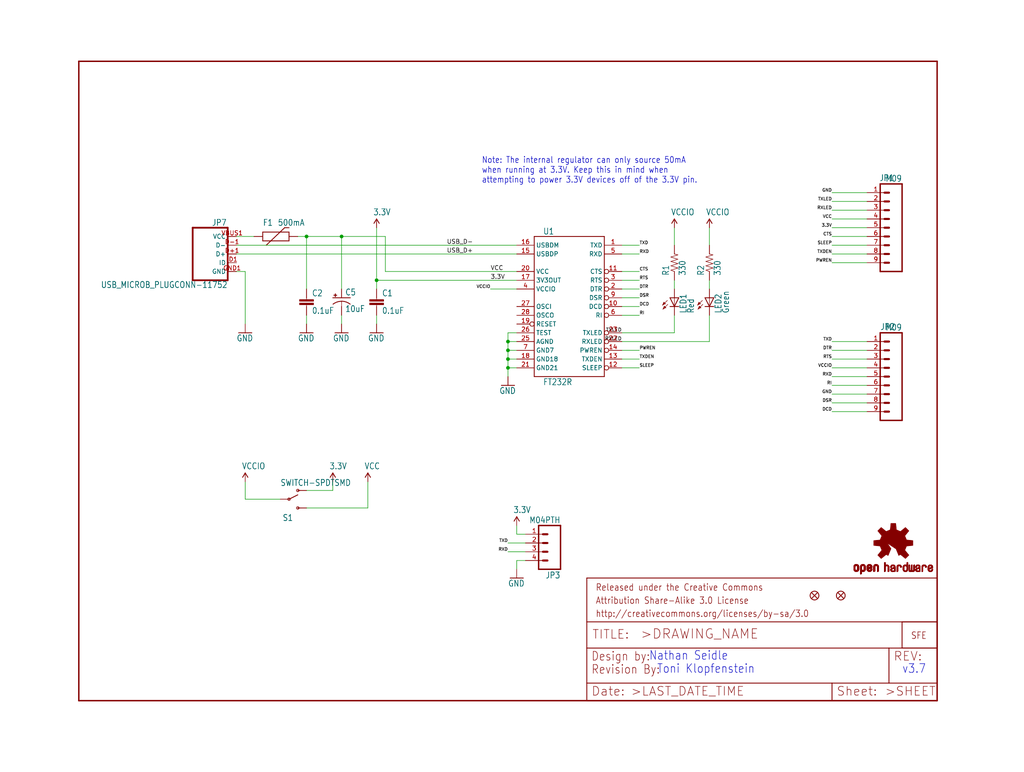
<source format=kicad_sch>
(kicad_sch (version 20211123) (generator eeschema)
  (paper "User" 297.002 223.926)
  (lib_symbols
    (symbol "eagleSchem-eagle-import:0.1UF-25V(+80{slash}-20%)(0603)"
      (property "Reference" "C" (at 1.524 2.921 0))
      (property "Value" "0.1UF-25V(+80{slash}-20%)(0603)" (at 1.524 -2.159 0))
      (symbol "0.1UF-25V(+80{slash}-20%)(0603)_1_0"
        (pin passive line (at 0 5.08 270) (length 2.54) (name "1") (number "1"))
        (pin passive line (at 0 -2.54 90) (length 2.54) (name "2") (number "2"))
      )
    )
    (symbol "eagleSchem-eagle-import:10UF-16V-10%(TANT)"
      (property "Reference" "C" (at 1.016 0.635 0))
      (property "Value" "10UF-16V-10%(TANT)" (at 1.016 -4.191 0))
      (symbol "10UF-16V-10%(TANT)_1_0"
        (pin passive line (at 0 2.54 270) (length 2.54) (name "+") (number "A"))
        (pin passive line (at 0 -5.08 90) (length 2.54) (name "-") (number "C"))
      )
    )
    (symbol "eagleSchem-eagle-import:3.3V" (power)
      (property "Value" "3.3V" (at -1.016 3.556 0))
      (symbol "3.3V_1_0"
        (pin power_in line (at 0 0 90) (length 2.54) (name "3.3V") (number "1"))
      )
    )
    (symbol "eagleSchem-eagle-import:330OHM1{slash}10W1%(0603)"
      (property "Reference" "R" (at -3.81 1.4986 0))
      (property "Value" "330OHM1{slash}10W1%(0603)" (at -3.81 -3.302 0))
      (symbol "330OHM1{slash}10W1%(0603)_1_0"
        (pin passive line (at -5.08 0 0) (length 2.54) (name "1") (number "1"))
        (pin passive line (at 5.08 0 180) (length 2.54) (name "2") (number "2"))
      )
    )
    (symbol "eagleSchem-eagle-import:FIDUCIAL1X2")
    (symbol "eagleSchem-eagle-import:FRAME-LETTER"
      (symbol "FRAME-LETTER_2_0"
        (text ">DRAWING_NAME" (at 15.494 17.78 0) (effects (font (size 2.7432 2.7432)) (justify left bottom)))
        (text ">LAST_DATE_TIME" (at 12.7 1.27 0) (effects (font (size 2.54 2.54)) (justify left bottom)))
        (text ">SHEET" (at 86.36 1.27 0) (effects (font (size 2.54 2.54)) (justify left bottom)))
        (text "Attribution Share-Alike 3.0 License" (at 2.54 27.94 0) (effects (font (size 1.9304 1.6408)) (justify left bottom)))
        (text "Date:" (at 1.27 1.27 0) (effects (font (size 2.54 2.54)) (justify left bottom)))
        (text "Design by:" (at 1.27 11.43 0) (effects (font (size 2.54 2.159)) (justify left bottom)))
        (text "http://creativecommons.org/licenses/by-sa/3.0" (at 2.54 24.13 0) (effects (font (size 1.9304 1.6408)) (justify left bottom)))
        (text "Released under the Creative Commons" (at 2.54 31.75 0) (effects (font (size 1.9304 1.6408)) (justify left bottom)))
        (text "REV:" (at 88.9 11.43 0) (effects (font (size 2.54 2.54)) (justify left bottom)))
        (text "Sheet:" (at 72.39 1.27 0) (effects (font (size 2.54 2.54)) (justify left bottom)))
        (text "TITLE:" (at 1.524 17.78 0) (effects (font (size 2.54 2.54)) (justify left bottom)))
      )
    )
    (symbol "eagleSchem-eagle-import:FT232RLSSOP"
      (property "Reference" "IC" (at -7.62 20.828 0))
      (property "Value" "FT232RLSSOP" (at -7.62 -22.86 0))
      (symbol "FT232RLSSOP_1_0"
        (pin output line (at 15.24 17.78 180) (length 5.08) (name "TXD") (number "1"))
        (pin input inverted (at 15.24 0 180) (length 5.08) (name "DCD") (number "10"))
        (pin input inverted (at 15.24 10.16 180) (length 5.08) (name "CTS") (number "11"))
        (pin input inverted (at 15.24 -17.78 180) (length 5.08) (name "SLEEP") (number "12"))
        (pin input line (at 15.24 -15.24 180) (length 5.08) (name "TXDEN") (number "13"))
        (pin input inverted (at 15.24 -12.7 180) (length 5.08) (name "PWREN") (number "14"))
        (pin bidirectional line (at -15.24 15.24 0) (length 5.08) (name "USBDP") (number "15"))
        (pin bidirectional line (at -15.24 17.78 0) (length 5.08) (name "USBDM") (number "16"))
        (pin output line (at -15.24 7.62 0) (length 5.08) (name "3V3OUT") (number "17"))
        (pin power_in line (at -15.24 -15.24 0) (length 5.08) (name "GND18") (number "18"))
        (pin input inverted (at -15.24 -5.08 0) (length 5.08) (name "RESET") (number "19"))
        (pin output inverted (at 15.24 5.08 180) (length 5.08) (name "DTR") (number "2"))
        (pin power_in line (at -15.24 10.16 0) (length 5.08) (name "VCC") (number "20"))
        (pin power_in line (at -15.24 -17.78 0) (length 5.08) (name "GND21") (number "21"))
        (pin input inverted (at 15.24 -10.16 180) (length 5.08) (name "RXLED") (number "22"))
        (pin input inverted (at 15.24 -7.62 180) (length 5.08) (name "TXLED") (number "23"))
        (pin power_in line (at -15.24 -10.16 0) (length 5.08) (name "AGND") (number "25"))
        (pin input line (at -15.24 -7.62 0) (length 5.08) (name "TEST") (number "26"))
        (pin input line (at -15.24 0 0) (length 5.08) (name "OSCI") (number "27"))
        (pin output line (at -15.24 -2.54 0) (length 5.08) (name "OSCO") (number "28"))
        (pin output inverted (at 15.24 7.62 180) (length 5.08) (name "RTS") (number "3"))
        (pin power_in line (at -15.24 5.08 0) (length 5.08) (name "VCCIO") (number "4"))
        (pin input line (at 15.24 15.24 180) (length 5.08) (name "RXD") (number "5"))
        (pin input inverted (at 15.24 -2.54 180) (length 5.08) (name "RI") (number "6"))
        (pin power_in line (at -15.24 -12.7 0) (length 5.08) (name "GND7") (number "7"))
        (pin input inverted (at 15.24 2.54 180) (length 5.08) (name "DSR") (number "9"))
      )
    )
    (symbol "eagleSchem-eagle-import:GND" (power)
      (property "Value" "GND" (at -2.54 -2.54 0))
      (symbol "GND_1_0"
        (pin power_in line (at 0 2.54 270) (length 2.54) (name "GND") (number "1"))
      )
    )
    (symbol "eagleSchem-eagle-import:LED-GREEN0603"
      (property "Reference" "D" (at 3.556 -4.572 90))
      (property "Value" "LED-GREEN0603" (at 5.715 -4.572 90))
      (symbol "LED-GREEN0603_1_0"
        (pin passive line (at 0 2.54 270) (length 2.54) (name "A") (number "A"))
        (pin passive line (at 0 -5.08 90) (length 2.54) (name "C") (number "C"))
      )
    )
    (symbol "eagleSchem-eagle-import:LED-RED0603"
      (property "Reference" "D" (at 3.556 -4.572 90))
      (property "Value" "LED-RED0603" (at 5.715 -4.572 90))
      (symbol "LED-RED0603_1_0"
        (pin passive line (at 0 2.54 270) (length 2.54) (name "A") (number "A"))
        (pin passive line (at 0 -5.08 90) (length 2.54) (name "C") (number "C"))
      )
    )
    (symbol "eagleSchem-eagle-import:LOGO-SFENEW"
      (symbol "LOGO-SFENEW_1_0"
        (text "SFE" (at 0 0 0) (effects (font (size 1.9304 1.6408)) (justify left bottom)))
      )
    )
    (symbol "eagleSchem-eagle-import:M04PTH"
      (property "Reference" "JP" (at -5.08 8.382 0))
      (property "Value" "M04PTH" (at -5.08 -7.62 0))
      (symbol "M04PTH_1_0"
        (pin passive line (at 5.08 -2.54 180) (length 5.08) (name "1") (number "1"))
        (pin passive line (at 5.08 0 180) (length 5.08) (name "2") (number "2"))
        (pin passive line (at 5.08 2.54 180) (length 5.08) (name "3") (number "3"))
        (pin passive line (at 5.08 5.08 180) (length 5.08) (name "4") (number "4"))
      )
    )
    (symbol "eagleSchem-eagle-import:M09"
      (property "Reference" "JP" (at 0 16.51 0))
      (property "Value" "M09" (at 0 -15.24 0))
      (symbol "M09_1_0"
        (pin passive line (at 10.16 -10.16 180) (length 5.08) (name "1") (number "1"))
        (pin passive line (at 10.16 -7.62 180) (length 5.08) (name "2") (number "2"))
        (pin passive line (at 10.16 -5.08 180) (length 5.08) (name "3") (number "3"))
        (pin passive line (at 10.16 -2.54 180) (length 5.08) (name "4") (number "4"))
        (pin passive line (at 10.16 0 180) (length 5.08) (name "5") (number "5"))
        (pin passive line (at 10.16 2.54 180) (length 5.08) (name "6") (number "6"))
        (pin passive line (at 10.16 5.08 180) (length 5.08) (name "7") (number "7"))
        (pin passive line (at 10.16 7.62 180) (length 5.08) (name "8") (number "8"))
        (pin passive line (at 10.16 10.16 180) (length 5.08) (name "9") (number "9"))
      )
    )
    (symbol "eagleSchem-eagle-import:OSHW-LOGOS")
    (symbol "eagleSchem-eagle-import:PTCSMD"
      (property "Reference" "F" (at -2.54 3.048 0))
      (property "Value" "PTCSMD" (at -3.302 -5.08 0))
      (symbol "PTCSMD_1_0"
        (pin bidirectional line (at -5.08 0 0) (length 2.54) (name "1") (number "1"))
        (pin bidirectional line (at 7.62 0 180) (length 2.54) (name "2") (number "2"))
      )
    )
    (symbol "eagleSchem-eagle-import:REVISION"
      (symbol "REVISION_1_0"
        (text "Revision By: " (at 0 0 0) (effects (font (size 2.54 2.159)) (justify left bottom)))
      )
    )
    (symbol "eagleSchem-eagle-import:SWITCH-SPDTSMD"
      (property "Reference" "S" (at -1.905 -6.35 0))
      (property "Value" "SWITCH-SPDTSMD" (at -2.54 3.81 0))
      (symbol "SWITCH-SPDTSMD_1_0"
        (pin passive line (at 5.08 2.54 180) (length 2.54) (name "O") (number "1"))
        (pin passive line (at -2.54 0 0) (length 2.54) (name "P") (number "2"))
        (pin passive line (at 5.08 -2.54 180) (length 2.54) (name "S") (number "3"))
      )
    )
    (symbol "eagleSchem-eagle-import:USB_MICROB_PLUGCONN-11752"
      (property "Reference" "JP" (at -4.826 8.128 0))
      (property "Value" "USB_MICROB_PLUGCONN-11752" (at -5.08 -9.906 0))
      (symbol "USB_MICROB_PLUGCONN-11752_1_0"
        (pin bidirectional line (at -7.62 0 0) (length 2.54) (name "D+") (number "D+1"))
        (pin bidirectional line (at -7.62 2.54 0) (length 2.54) (name "D-") (number "D-1"))
        (pin bidirectional line (at -7.62 -5.08 0) (length 2.54) (name "GND") (number "GND1"))
        (pin bidirectional line (at -7.62 -2.54 0) (length 2.54) (name "ID") (number "ID1"))
        (pin bidirectional line (at -7.62 5.08 0) (length 2.54) (name "VCC") (number "VBUS1"))
      )
    )
    (symbol "eagleSchem-eagle-import:VCC" (power)
      (property "Value" "VCC" (at -1.016 3.556 0))
      (symbol "VCC_1_0"
        (pin power_in line (at 0 0 90) (length 2.54) (name "VCC") (number "1"))
      )
    )
    (symbol "eagleSchem-eagle-import:VCCIO" (power)
      (property "Value" "VCCIO" (at -1.016 3.556 0))
      (symbol "VCCIO_1_0"
        (pin power_in line (at 0 0 90) (length 2.54) (name "VCCIO") (number "1"))
      )
    )
  )
  (junction (at 109.22 81.28))
  (junction (at 88.9 68.58))
  (junction (at 99.06 68.58))
  (junction (at 147.32 99.06))
  (junction (at 147.32 106.68))
  (junction (at 147.32 104.14))
  (junction (at 147.32 101.6))
  (wire (pts (xy 251.46 111.76) (xy 241.3 111.76)))
  (wire (pts (xy 99.06 83.82) (xy 99.06 68.58)))
  (wire (pts (xy 180.34 99.06) (xy 205.74 99.06)))
  (wire (pts (xy 149.86 154.94) (xy 149.86 152.4)))
  (wire (pts (xy 180.34 73.66) (xy 185.42 73.66)))
  (wire (pts (xy 111.76 78.74) (xy 149.86 78.74)))
  (wire (pts (xy 251.46 68.58) (xy 241.3 68.58)))
  (wire (pts (xy 180.34 88.9) (xy 185.42 88.9)))
  (wire (pts (xy 147.32 109.22) (xy 147.32 106.68)))
  (wire (pts (xy 96.52 139.7) (xy 96.52 142.24)))
  (wire (pts (xy 73.66 68.58) (xy 68.58 68.58)))
  (wire (pts (xy 205.74 81.28) (xy 205.74 83.82)))
  (wire (pts (xy 149.86 96.52) (xy 147.32 96.52)))
  (wire (pts (xy 180.34 96.52) (xy 195.58 96.52)))
  (wire (pts (xy 180.34 86.36) (xy 185.42 86.36)))
  (wire (pts (xy 251.46 58.42) (xy 241.3 58.42)))
  (wire (pts (xy 96.52 142.24) (xy 88.9 142.24)))
  (wire (pts (xy 251.46 66.04) (xy 241.3 66.04)))
  (wire (pts (xy 71.12 139.7) (xy 71.12 144.78)))
  (wire (pts (xy 71.12 78.74) (xy 71.12 93.98)))
  (wire (pts (xy 251.46 99.06) (xy 241.3 99.06)))
  (wire (pts (xy 68.58 78.74) (xy 71.12 78.74)))
  (wire (pts (xy 147.32 101.6) (xy 149.86 101.6)))
  (wire (pts (xy 180.34 101.6) (xy 185.42 101.6)))
  (wire (pts (xy 88.9 68.58) (xy 99.06 68.58)))
  (wire (pts (xy 251.46 60.96) (xy 241.3 60.96)))
  (wire (pts (xy 147.32 106.68) (xy 147.32 104.14)))
  (wire (pts (xy 180.34 106.68) (xy 185.42 106.68)))
  (wire (pts (xy 106.68 139.7) (xy 106.68 147.32)))
  (wire (pts (xy 99.06 93.98) (xy 99.06 91.44)))
  (wire (pts (xy 106.68 147.32) (xy 88.9 147.32)))
  (wire (pts (xy 251.46 109.22) (xy 241.3 109.22)))
  (wire (pts (xy 251.46 119.38) (xy 241.3 119.38)))
  (wire (pts (xy 205.74 71.12) (xy 205.74 66.04)))
  (wire (pts (xy 86.36 68.58) (xy 88.9 68.58)))
  (wire (pts (xy 180.34 71.12) (xy 185.42 71.12)))
  (wire (pts (xy 251.46 101.6) (xy 241.3 101.6)))
  (wire (pts (xy 152.4 154.94) (xy 149.86 154.94)))
  (wire (pts (xy 251.46 71.12) (xy 241.3 71.12)))
  (wire (pts (xy 71.12 144.78) (xy 81.28 144.78)))
  (wire (pts (xy 195.58 96.52) (xy 195.58 91.44)))
  (wire (pts (xy 147.32 99.06) (xy 147.32 101.6)))
  (wire (pts (xy 195.58 81.28) (xy 195.58 83.82)))
  (wire (pts (xy 195.58 66.04) (xy 195.58 71.12)))
  (wire (pts (xy 251.46 55.88) (xy 241.3 55.88)))
  (wire (pts (xy 251.46 63.5) (xy 241.3 63.5)))
  (wire (pts (xy 251.46 104.14) (xy 241.3 104.14)))
  (wire (pts (xy 109.22 81.28) (xy 109.22 83.82)))
  (wire (pts (xy 152.4 160.02) (xy 147.32 160.02)))
  (wire (pts (xy 180.34 83.82) (xy 185.42 83.82)))
  (wire (pts (xy 147.32 99.06) (xy 149.86 99.06)))
  (wire (pts (xy 149.86 81.28) (xy 109.22 81.28)))
  (wire (pts (xy 147.32 104.14) (xy 147.32 101.6)))
  (wire (pts (xy 251.46 76.2) (xy 241.3 76.2)))
  (wire (pts (xy 99.06 68.58) (xy 111.76 68.58)))
  (wire (pts (xy 180.34 104.14) (xy 185.42 104.14)))
  (wire (pts (xy 152.4 162.56) (xy 149.86 162.56)))
  (wire (pts (xy 152.4 157.48) (xy 147.32 157.48)))
  (wire (pts (xy 149.86 73.66) (xy 68.58 73.66)))
  (wire (pts (xy 251.46 114.3) (xy 241.3 114.3)))
  (wire (pts (xy 149.86 104.14) (xy 147.32 104.14)))
  (wire (pts (xy 251.46 116.84) (xy 241.3 116.84)))
  (wire (pts (xy 147.32 96.52) (xy 147.32 99.06)))
  (wire (pts (xy 88.9 83.82) (xy 88.9 68.58)))
  (wire (pts (xy 109.22 66.04) (xy 109.22 81.28)))
  (wire (pts (xy 251.46 73.66) (xy 241.3 73.66)))
  (wire (pts (xy 251.46 106.68) (xy 241.3 106.68)))
  (wire (pts (xy 180.34 81.28) (xy 185.42 81.28)))
  (wire (pts (xy 205.74 99.06) (xy 205.74 91.44)))
  (wire (pts (xy 149.86 106.68) (xy 147.32 106.68)))
  (wire (pts (xy 180.34 78.74) (xy 185.42 78.74)))
  (wire (pts (xy 149.86 71.12) (xy 68.58 71.12)))
  (wire (pts (xy 88.9 91.44) (xy 88.9 93.98)))
  (wire (pts (xy 111.76 68.58) (xy 111.76 78.74)))
  (wire (pts (xy 142.24 83.82) (xy 149.86 83.82)))
  (wire (pts (xy 180.34 91.44) (xy 185.42 91.44)))
  (wire (pts (xy 109.22 91.44) (xy 109.22 93.98)))
  (wire (pts (xy 149.86 162.56) (xy 149.86 165.1)))
  (text "Note: The internal regulator can only source 50mA\nwhen running at 3.3V. Keep this in mind when\nattempting to power 3.3V devices off of the 3.3V pin." (at 139.7 53.34 0) (effects (font (size 1.778 1.5113)) (justify left bottom)))
  (text "v3.7" (at 261.62 195.58 180) (effects (font (size 2.54 2.159)) (justify left bottom)))
  (text "Toni Klopfenstein" (at 190.5 195.58 180) (effects (font (size 2.54 2.159)) (justify left bottom)))
  (text "Nathan Seidle" (at 188.214 191.77 180) (effects (font (size 2.54 2.159)) (justify left bottom)))
  (label "RI" (at 241.3 111.76 180) (effects (font (size 0.889 0.889))))
  (label "RXLED" (at 241.3 60.96 180) (effects (font (size 0.889 0.889))))
  (label "VCCIO" (at 142.24 83.82 180) (effects (font (size 0.889 0.889))))
  (label "TXLED" (at 180.34 96.52 180) (effects (font (size 1.016 1.016))))
  (label "RXD" (at 241.3 109.22 180) (effects (font (size 0.889 0.889))))
  (label "RXD" (at 185.42 73.66 0) (effects (font (size 0.889 0.889))))
  (label "PWREN" (at 185.42 101.6 0) (effects (font (size 0.889 0.889))))
  (label "TXD" (at 147.32 157.48 180) (effects (font (size 0.889 0.889))))
  (label "3.3V" (at 142.24 81.28 0) (effects (font (size 1.2446 1.2446))))
  (label "CTS" (at 241.3 68.58 180) (effects (font (size 0.889 0.889))))
  (label "TXD" (at 185.42 71.12 0) (effects (font (size 0.889 0.889))))
  (label "SLEEP" (at 241.3 71.12 180) (effects (font (size 0.889 0.889))))
  (label "PWREN" (at 241.3 76.2 180) (effects (font (size 0.889 0.889))))
  (label "RTS" (at 241.3 104.14 180) (effects (font (size 0.889 0.889))))
  (label "TXLED" (at 241.3 58.42 180) (effects (font (size 0.889 0.889))))
  (label "RTS" (at 185.42 81.28 0) (effects (font (size 0.889 0.889))))
  (label "VCC" (at 142.24 78.74 0) (effects (font (size 1.2446 1.2446))))
  (label "3.3V" (at 241.3 66.04 180) (effects (font (size 0.889 0.889))))
  (label "DSR" (at 241.3 116.84 180) (effects (font (size 0.889 0.889))))
  (label "TXDEN" (at 241.3 73.66 180) (effects (font (size 0.889 0.889))))
  (label "USB_D-" (at 129.54 71.12 0) (effects (font (size 1.2446 1.2446))))
  (label "TXD" (at 241.3 99.06 180) (effects (font (size 0.889 0.889))))
  (label "DCD" (at 241.3 119.38 180) (effects (font (size 0.889 0.889))))
  (label "VCC" (at 241.3 63.5 180) (effects (font (size 0.889 0.889))))
  (label "DTR" (at 185.42 83.82 0) (effects (font (size 0.889 0.889))))
  (label "CTS" (at 185.42 78.74 0) (effects (font (size 0.889 0.889))))
  (label "RXD" (at 147.32 160.02 180) (effects (font (size 0.889 0.889))))
  (label "VCCIO" (at 241.3 106.68 180) (effects (font (size 0.889 0.889))))
  (label "RI" (at 185.42 91.44 0) (effects (font (size 0.889 0.889))))
  (label "TXDEN" (at 185.42 104.14 0) (effects (font (size 0.889 0.889))))
  (label "DSR" (at 185.42 86.36 0) (effects (font (size 0.889 0.889))))
  (label "DTR" (at 241.3 101.6 180) (effects (font (size 0.889 0.889))))
  (label "GND" (at 241.3 55.88 180) (effects (font (size 0.889 0.889))))
  (label "RXLED" (at 180.34 99.06 180) (effects (font (size 1.016 1.016))))
  (label "USB_D+" (at 129.54 73.66 0) (effects (font (size 1.2446 1.2446))))
  (label "GND" (at 241.3 114.3 180) (effects (font (size 0.889 0.889))))
  (label "DCD" (at 185.42 88.9 0) (effects (font (size 0.889 0.889))))
  (label "SLEEP" (at 185.42 106.68 0) (effects (font (size 0.889 0.889))))
  (symbol (lib_id "eagleSchem-eagle-import:OSHW-LOGOS") (at 259.08 157.48 0) (unit 1)
    (property "Reference" "LOGO1" (effects hide))
    (property "Value" "OSHW-LOGOS" (effects hide))
    (property "Footprint" "eagleSchem:OSHW-LOGO-S" (effects hide))
  )
  (symbol (lib_id "eagleSchem-eagle-import:FIDUCIAL1X2") (at 236.22 172.72 0) (unit 1)
    (property "Reference" "JP5" (effects hide))
    (property "Value" "FIDUCIAL1X2" (effects hide))
    (property "Footprint" "eagleSchem:FIDUCIAL-1X2" (effects hide))
  )
  (symbol (lib_id "eagleSchem-eagle-import:GND") (at 71.12 96.52 0) (unit 1)
    (property "Reference" "#GND5" (effects hide))
    (property "Value" "GND" (at 68.58 99.06 0) (effects (font (size 1.778 1.5113)) (justify left bottom)))
    (property "Footprint" "eagleSchem:" (effects hide))
  )
  (symbol (lib_id "eagleSchem-eagle-import:0.1UF-25V(+80{slash}-20%)(0603)") (at 88.9 88.9 0) (unit 1)
    (property "Reference" "C2" (at 90.424 85.979 0) (effects (font (size 1.778 1.5113)) (justify left bottom)))
    (property "Value" "0.1uF" (at 90.424 91.059 0) (effects (font (size 1.778 1.5113)) (justify left bottom)))
    (property "Footprint" "eagleSchem:0603-CAP" (effects hide))
  )
  (symbol (lib_id "eagleSchem-eagle-import:0.1UF-25V(+80{slash}-20%)(0603)") (at 109.22 88.9 0) (unit 1)
    (property "Reference" "C1" (at 110.744 85.979 0) (effects (font (size 1.778 1.5113)) (justify left bottom)))
    (property "Value" "0.1uF" (at 110.744 91.059 0) (effects (font (size 1.778 1.5113)) (justify left bottom)))
    (property "Footprint" "eagleSchem:0603-CAP" (effects hide))
  )
  (symbol (lib_id "eagleSchem-eagle-import:3.3V") (at 149.86 152.4 0) (unit 1)
    (property "Reference" "#P+2" (effects hide))
    (property "Value" "3.3V" (at 148.844 148.844 0) (effects (font (size 1.778 1.5113)) (justify left bottom)))
    (property "Footprint" "eagleSchem:" (effects hide))
  )
  (symbol (lib_id "eagleSchem-eagle-import:FRAME-LETTER") (at 22.86 203.2 0) (unit 1)
    (property "Reference" "FRAME1" (effects hide))
    (property "Value" "FRAME-LETTER" (effects hide))
    (property "Footprint" "eagleSchem:CREATIVE_COMMONS" (effects hide))
  )
  (symbol (lib_id "eagleSchem-eagle-import:LED-GREEN0603") (at 205.74 86.36 0) (unit 1)
    (property "Reference" "LED2" (at 209.296 90.932 90) (effects (font (size 1.778 1.5113)) (justify left bottom)))
    (property "Value" "Green" (at 211.455 90.932 90) (effects (font (size 1.778 1.5113)) (justify left bottom)))
    (property "Footprint" "eagleSchem:LED-0603" (effects hide))
  )
  (symbol (lib_id "eagleSchem-eagle-import:GND") (at 149.86 167.64 0) (unit 1)
    (property "Reference" "#GND6" (effects hide))
    (property "Value" "GND" (at 147.32 170.18 0) (effects (font (size 1.778 1.5113)) (justify left bottom)))
    (property "Footprint" "eagleSchem:" (effects hide))
  )
  (symbol (lib_id "eagleSchem-eagle-import:M09") (at 261.62 109.22 180) (unit 1)
    (property "Reference" "JP2" (at 255.27 95.758 0) (effects (font (size 1.778 1.5113)) (justify right top)))
    (property "Value" "M09" (at 261.62 93.98 0) (effects (font (size 1.778 1.5113)) (justify left bottom)))
    (property "Footprint" "eagleSchem:1X09" (effects hide))
  )
  (symbol (lib_id "eagleSchem-eagle-import:VCCIO") (at 195.58 66.04 0) (unit 1)
    (property "Reference" "#SUPPLY1" (effects hide))
    (property "Value" "VCCIO" (at 194.564 62.484 0) (effects (font (size 1.778 1.5113)) (justify left bottom)))
    (property "Footprint" "eagleSchem:" (effects hide))
  )
  (symbol (lib_id "eagleSchem-eagle-import:330OHM1{slash}10W1%(0603)") (at 205.74 76.2 90) (unit 1)
    (property "Reference" "R2" (at 204.2414 80.01 0) (effects (font (size 1.778 1.5113)) (justify left bottom)))
    (property "Value" "330" (at 209.042 80.01 0) (effects (font (size 1.778 1.5113)) (justify left bottom)))
    (property "Footprint" "eagleSchem:0603-RES" (effects hide))
  )
  (symbol (lib_id "eagleSchem-eagle-import:GND") (at 88.9 96.52 0) (unit 1)
    (property "Reference" "#GND7" (effects hide))
    (property "Value" "GND" (at 86.36 99.06 0) (effects (font (size 1.778 1.5113)) (justify left bottom)))
    (property "Footprint" "eagleSchem:" (effects hide))
  )
  (symbol (lib_id "eagleSchem-eagle-import:3.3V") (at 109.22 66.04 0) (unit 1)
    (property "Reference" "#P+1" (effects hide))
    (property "Value" "3.3V" (at 108.204 62.484 0) (effects (font (size 1.778 1.5113)) (justify left bottom)))
    (property "Footprint" "eagleSchem:" (effects hide))
  )
  (symbol (lib_id "eagleSchem-eagle-import:330OHM1{slash}10W1%(0603)") (at 195.58 76.2 90) (unit 1)
    (property "Reference" "R1" (at 194.0814 80.01 0) (effects (font (size 1.778 1.5113)) (justify left bottom)))
    (property "Value" "330" (at 198.882 80.01 0) (effects (font (size 1.778 1.5113)) (justify left bottom)))
    (property "Footprint" "eagleSchem:0603-RES" (effects hide))
  )
  (symbol (lib_id "eagleSchem-eagle-import:SWITCH-SPDTSMD") (at 83.82 144.78 0) (unit 1)
    (property "Reference" "S1" (at 81.915 151.13 0) (effects (font (size 1.778 1.5113)) (justify left bottom)))
    (property "Value" "SWITCH-SPDTSMD" (at 81.28 140.97 0) (effects (font (size 1.778 1.5113)) (justify left bottom)))
    (property "Footprint" "eagleSchem:AYZ0202" (effects hide))
  )
  (symbol (lib_id "eagleSchem-eagle-import:REVISION") (at 171.45 195.58 0) (unit 1)
    (property "Reference" "U$1" (effects hide))
    (property "Value" "REVISION" (effects hide))
    (property "Footprint" "eagleSchem:REVISION" (effects hide))
  )
  (symbol (lib_id "eagleSchem-eagle-import:GND") (at 109.22 96.52 0) (unit 1)
    (property "Reference" "#GND1" (effects hide))
    (property "Value" "GND" (at 106.68 99.06 0) (effects (font (size 1.778 1.5113)) (justify left bottom)))
    (property "Footprint" "eagleSchem:" (effects hide))
  )
  (symbol (lib_id "eagleSchem-eagle-import:10UF-16V-10%(TANT)") (at 99.06 86.36 0) (unit 1)
    (property "Reference" "C5" (at 100.076 85.725 0) (effects (font (size 1.778 1.5113)) (justify left bottom)))
    (property "Value" "10uF" (at 100.076 90.551 0) (effects (font (size 1.778 1.5113)) (justify left bottom)))
    (property "Footprint" "eagleSchem:EIA3216" (effects hide))
  )
  (symbol (lib_id "eagleSchem-eagle-import:LED-RED0603") (at 195.58 86.36 0) (unit 1)
    (property "Reference" "LED1" (at 199.136 90.932 90) (effects (font (size 1.778 1.5113)) (justify left bottom)))
    (property "Value" "Red" (at 201.295 90.932 90) (effects (font (size 1.778 1.5113)) (justify left bottom)))
    (property "Footprint" "eagleSchem:LED-0603" (effects hide))
  )
  (symbol (lib_id "eagleSchem-eagle-import:USB_MICROB_PLUGCONN-11752") (at 60.96 73.66 0) (mirror y) (unit 1)
    (property "Reference" "JP7" (at 65.786 65.532 0) (effects (font (size 1.778 1.5113)) (justify left bottom)))
    (property "Value" "USB_MICROB_PLUGCONN-11752" (at 66.04 83.566 0) (effects (font (size 1.778 1.5113)) (justify left bottom)))
    (property "Footprint" "eagleSchem:USB-B-MICRO-SMD_V03" (effects hide))
  )
  (symbol (lib_id "eagleSchem-eagle-import:FT232RLSSOP") (at 165.1 88.9 0) (unit 1)
    (property "Reference" "U1" (at 157.48 68.072 0) (effects (font (size 1.778 1.5113)) (justify left bottom)))
    (property "Value" "FT232R" (at 157.48 111.76 0) (effects (font (size 1.778 1.5113)) (justify left bottom)))
    (property "Footprint" "eagleSchem:SSOP28DB" (effects hide))
  )
  (symbol (lib_id "eagleSchem-eagle-import:FRAME-LETTER") (at 170.18 203.2 0) (unit 2)
    (property "Reference" "FRAME1" (effects hide))
    (property "Value" "FRAME-LETTER" (effects hide))
    (property "Footprint" "eagleSchem:CREATIVE_COMMONS" (effects hide))
  )
  (symbol (lib_id "eagleSchem-eagle-import:GND") (at 99.06 96.52 0) (unit 1)
    (property "Reference" "#GND8" (effects hide))
    (property "Value" "GND" (at 96.52 99.06 0) (effects (font (size 1.778 1.5113)) (justify left bottom)))
    (property "Footprint" "eagleSchem:" (effects hide))
  )
  (symbol (lib_id "eagleSchem-eagle-import:VCCIO") (at 71.12 139.7 0) (unit 1)
    (property "Reference" "#SUPPLY3" (effects hide))
    (property "Value" "VCCIO" (at 70.104 136.144 0) (effects (font (size 1.778 1.5113)) (justify left bottom)))
    (property "Footprint" "eagleSchem:" (effects hide))
  )
  (symbol (lib_id "eagleSchem-eagle-import:GND") (at 147.32 111.76 0) (unit 1)
    (property "Reference" "#GND2" (effects hide))
    (property "Value" "GND" (at 144.78 114.3 0) (effects (font (size 1.778 1.5113)) (justify left bottom)))
    (property "Footprint" "eagleSchem:" (effects hide))
  )
  (symbol (lib_id "eagleSchem-eagle-import:VCCIO") (at 205.74 66.04 0) (unit 1)
    (property "Reference" "#SUPPLY2" (effects hide))
    (property "Value" "VCCIO" (at 204.724 62.484 0) (effects (font (size 1.778 1.5113)) (justify left bottom)))
    (property "Footprint" "eagleSchem:" (effects hide))
  )
  (symbol (lib_id "eagleSchem-eagle-import:FIDUCIAL1X2") (at 243.84 172.72 0) (unit 1)
    (property "Reference" "JP6" (effects hide))
    (property "Value" "FIDUCIAL1X2" (effects hide))
    (property "Footprint" "eagleSchem:FIDUCIAL-1X2" (effects hide))
  )
  (symbol (lib_id "eagleSchem-eagle-import:3.3V") (at 96.52 139.7 0) (unit 1)
    (property "Reference" "#SUPPLY5" (effects hide))
    (property "Value" "3.3V" (at 95.504 136.144 0) (effects (font (size 1.778 1.5113)) (justify left bottom)))
    (property "Footprint" "eagleSchem:" (effects hide))
  )
  (symbol (lib_id "eagleSchem-eagle-import:M04PTH") (at 157.48 157.48 180) (unit 1)
    (property "Reference" "JP3" (at 162.56 165.862 0) (effects (font (size 1.778 1.5113)) (justify left bottom)))
    (property "Value" "M04PTH" (at 162.56 149.86 0) (effects (font (size 1.778 1.5113)) (justify left bottom)))
    (property "Footprint" "eagleSchem:1X04" (effects hide))
  )
  (symbol (lib_id "eagleSchem-eagle-import:VCC") (at 106.68 139.7 0) (unit 1)
    (property "Reference" "#SUPPLY4" (effects hide))
    (property "Value" "VCC" (at 105.664 136.144 0) (effects (font (size 1.778 1.5113)) (justify left bottom)))
    (property "Footprint" "eagleSchem:" (effects hide))
  )
  (symbol (lib_id "eagleSchem-eagle-import:M09") (at 261.62 66.04 180) (unit 1)
    (property "Reference" "JP1" (at 255.016 52.578 0) (effects (font (size 1.778 1.5113)) (justify right top)))
    (property "Value" "M09" (at 261.62 50.8 0) (effects (font (size 1.778 1.5113)) (justify left bottom)))
    (property "Footprint" "eagleSchem:1X09" (effects hide))
  )
  (symbol (lib_id "eagleSchem-eagle-import:PTCSMD") (at 78.74 68.58 0) (unit 1)
    (property "Reference" "F1" (at 76.2 65.532 0) (effects (font (size 1.778 1.5113)) (justify left bottom)))
    (property "Value" "500mA" (at 80.518 65.532 0) (effects (font (size 1.778 1.5113)) (justify left bottom)))
    (property "Footprint" "eagleSchem:PTC-1206" (effects hide))
  )
  (symbol (lib_id "eagleSchem-eagle-import:LOGO-SFENEW") (at 264.16 185.42 0) (unit 1)
    (property "Reference" "U$2" (effects hide))
    (property "Value" "LOGO-SFENEW" (effects hide))
    (property "Footprint" "eagleSchem:SFE-NEW-WEBLOGO" (effects hide))
  )
)
</source>
